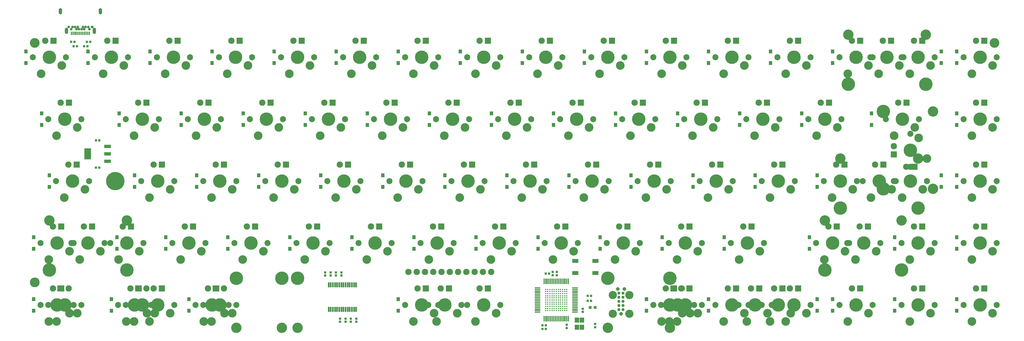
<source format=gbs>
%TF.GenerationSoftware,KiCad,Pcbnew,(2017-09-19 revision dddaa7e69)-makepkg*%
%TF.CreationDate,2017-11-22T14:32:36-05:00*%
%TF.ProjectId,WhiteFox,5768697465466F782E6B696361645F70,1.1c*%
%TF.SameCoordinates,Original*%
%TF.FileFunction,Soldermask,Bot*%
%TF.FilePolarity,Negative*%
%FSLAX46Y46*%
G04 Gerber Fmt 4.6, Leading zero omitted, Abs format (unit mm)*
G04 Created by KiCad (PCBNEW (2017-09-19 revision dddaa7e69)-makepkg) date 11/22/17 14:32:36*
%MOMM*%
%LPD*%
G01*
G04 APERTURE LIST*
%ADD10O,0.952400X0.802400*%
%ADD11O,1.052400X1.952400*%
%ADD12C,0.802400*%
%ADD13R,0.452400X1.052400*%
%ADD14R,0.752400X0.802400*%
%ADD15R,0.802400X0.752400*%
%ADD16R,1.952400X1.952400*%
%ADD17C,1.952400*%
%ADD18C,5.652400*%
%ADD19C,3.000000*%
%ADD20C,4.142740*%
%ADD21C,2.651760*%
%ADD22C,1.856740*%
%ADD23C,3.200654*%
%ADD24C,4.140454*%
%ADD25C,0.939800*%
%ADD26C,1.143010*%
%ADD27C,2.527310*%
%ADD28R,1.652400X0.452400*%
%ADD29R,0.452400X1.652400*%
%ADD30R,1.952400X1.252400*%
%ADD31R,1.003300X1.153160*%
%ADD32R,1.352400X1.552400*%
%ADD33R,0.949960X0.949960*%
%ADD34R,0.552400X1.582400*%
%ADD35R,2.052400X3.402400*%
%ADD36R,2.052400X1.102400*%
%ADD37O,1.952400X1.952400*%
%ADD38C,0.402400*%
G04 APERTURE END LIST*
D10*
%TO.C,J1*%
X73450000Y-76403200D03*
D11*
X75975000Y-71553200D03*
X63725000Y-71553200D03*
X74120000Y-77603200D03*
X65580000Y-77603200D03*
D12*
X67050000Y-77103200D03*
X67450000Y-76403200D03*
X68250000Y-76403200D03*
X68650000Y-77103200D03*
X69050000Y-76403200D03*
X69450000Y-77103200D03*
X70250000Y-77103200D03*
X70650000Y-76403200D03*
X71050000Y-77103200D03*
X71450000Y-76403200D03*
X72250000Y-76403200D03*
X72650000Y-77103200D03*
D13*
X72600000Y-78313200D03*
X72100000Y-78313200D03*
X71600000Y-78313200D03*
X71100000Y-78313200D03*
X70600000Y-78313200D03*
X70100000Y-78313200D03*
X69600000Y-78313200D03*
X69100000Y-78313200D03*
X68600000Y-78313200D03*
X68100000Y-78313200D03*
X67600000Y-78313200D03*
X67100000Y-78313200D03*
D12*
X66250000Y-76403200D03*
%TD*%
D14*
%TO.C,D73*%
X72001000Y-82372200D03*
X71001000Y-82372200D03*
%TD*%
%TO.C,D72*%
X67826000Y-82372200D03*
X68826000Y-82372200D03*
%TD*%
%TO.C,R12*%
X67064000Y-80975200D03*
X68064000Y-80975200D03*
%TD*%
%TO.C,R11*%
X72890000Y-80975200D03*
X71890000Y-80975200D03*
%TD*%
D15*
%TO.C,R10*%
X149606000Y-167124000D03*
X149606000Y-166124000D03*
%TD*%
%TO.C,R9*%
X154559000Y-166124000D03*
X154559000Y-167124000D03*
%TD*%
%TO.C,R8*%
X227902000Y-168775000D03*
X227902000Y-167775000D03*
%TD*%
%TO.C,R7*%
X152908000Y-166124000D03*
X152908000Y-167124000D03*
%TD*%
%TO.C,R6*%
X149987000Y-152900000D03*
X149987000Y-151900000D03*
%TD*%
%TO.C,R5*%
X148336000Y-152900000D03*
X148336000Y-151900000D03*
%TD*%
D14*
%TO.C,R4*%
X226624000Y-160655000D03*
X225624000Y-160655000D03*
%TD*%
%TO.C,R3*%
X226624000Y-159131000D03*
X225624000Y-159131000D03*
%TD*%
D15*
%TO.C,C9*%
X145034000Y-151900000D03*
X145034000Y-152900000D03*
%TD*%
%TO.C,C8*%
X146685000Y-151900000D03*
X146685000Y-152900000D03*
%TD*%
%TO.C,C7*%
X224092000Y-164076000D03*
X224092000Y-163076000D03*
%TD*%
%TO.C,C6*%
X151257000Y-167124000D03*
X151257000Y-166124000D03*
%TD*%
%TO.C,C5*%
X219202000Y-169029000D03*
X219202000Y-168029000D03*
%TD*%
D14*
%TO.C,C4*%
X213733000Y-152273000D03*
X212733000Y-152273000D03*
%TD*%
%TO.C,C3*%
X212717000Y-168148000D03*
X211717000Y-168148000D03*
%TD*%
%TO.C,C2*%
X74684000Y-119634000D03*
X75684000Y-119634000D03*
%TD*%
%TO.C,C1*%
X74684000Y-111252000D03*
X75684000Y-111252000D03*
%TD*%
D15*
%TO.C,R1*%
X216154000Y-152773000D03*
X216154000Y-151773000D03*
%TD*%
%TO.C,R2*%
X214884000Y-152773000D03*
X214884000Y-151773000D03*
%TD*%
D14*
%TO.C,C10*%
X212717000Y-169291000D03*
X211717000Y-169291000D03*
%TD*%
D16*
%TO.C,LED71*%
X347345000Y-156845000D03*
D17*
X344805000Y-156845000D03*
%TD*%
D16*
%TO.C,LED70*%
X328295000Y-156845000D03*
D17*
X325755000Y-156845000D03*
%TD*%
D16*
%TO.C,LED69*%
X309245000Y-156845000D03*
D17*
X306705000Y-156845000D03*
%TD*%
D16*
%TO.C,LED68*%
X290195000Y-156845000D03*
D17*
X287655000Y-156845000D03*
%TD*%
D16*
%TO.C,LED67*%
X271145000Y-156845000D03*
D17*
X268605000Y-156845000D03*
%TD*%
D16*
%TO.C,LED66*%
X252095000Y-156845000D03*
D17*
X249555000Y-156845000D03*
%TD*%
D16*
%TO.C,LED65*%
X183039000Y-156845000D03*
D17*
X180499000Y-156845000D03*
%TD*%
D16*
%TO.C,LED64*%
X111601000Y-156845000D03*
D17*
X109061000Y-156845000D03*
%TD*%
D16*
%TO.C,LED63*%
X87788800Y-156845000D03*
D17*
X85248800Y-156845000D03*
%TD*%
D16*
%TO.C,LED62*%
X64008000Y-156845000D03*
D17*
X61468000Y-156845000D03*
%TD*%
D16*
%TO.C,LED61*%
X347345000Y-137795000D03*
D17*
X344805000Y-137795000D03*
%TD*%
D16*
%TO.C,LED60*%
X328295000Y-137795000D03*
D17*
X325755000Y-137795000D03*
%TD*%
D16*
%TO.C,LED59*%
X302101000Y-137795000D03*
D17*
X299561000Y-137795000D03*
%TD*%
D16*
%TO.C,LED58*%
X275908000Y-137795000D03*
D17*
X273368000Y-137795000D03*
%TD*%
D16*
%TO.C,LED57*%
X256858000Y-137795000D03*
D17*
X254318000Y-137795000D03*
%TD*%
D16*
%TO.C,LED56*%
X237808000Y-137795000D03*
D17*
X235268000Y-137795000D03*
%TD*%
D16*
%TO.C,LED55*%
X218758000Y-137795000D03*
D17*
X216218000Y-137795000D03*
%TD*%
D16*
%TO.C,LED54*%
X199708000Y-137795000D03*
D17*
X197168000Y-137795000D03*
%TD*%
D16*
%TO.C,LED53*%
X180658000Y-137795000D03*
D17*
X178118000Y-137795000D03*
%TD*%
D16*
%TO.C,LED52*%
X161608000Y-137795000D03*
D17*
X159068000Y-137795000D03*
%TD*%
D16*
%TO.C,LED51*%
X142558000Y-137795000D03*
D17*
X140018000Y-137795000D03*
%TD*%
D16*
%TO.C,LED50*%
X123508000Y-137795000D03*
D17*
X120968000Y-137795000D03*
%TD*%
D16*
%TO.C,LED49*%
X104458000Y-137795000D03*
D17*
X101918000Y-137795000D03*
%TD*%
D16*
%TO.C,LED48*%
X85407500Y-137795000D03*
D17*
X82867500Y-137795000D03*
%TD*%
D16*
%TO.C,LED47*%
X63976200Y-137795000D03*
D17*
X61436200Y-137795000D03*
%TD*%
D16*
%TO.C,LED46*%
X347345000Y-118745000D03*
D17*
X344805000Y-118745000D03*
%TD*%
D16*
%TO.C,LED45*%
X325914000Y-119380000D03*
D17*
X323374000Y-119380000D03*
%TD*%
D16*
%TO.C,LED44*%
X304483000Y-118745000D03*
D17*
X301943000Y-118745000D03*
%TD*%
D16*
%TO.C,LED43*%
X285433000Y-118745000D03*
D17*
X282893000Y-118745000D03*
%TD*%
D16*
%TO.C,LED42*%
X266383000Y-118745000D03*
D17*
X263843000Y-118745000D03*
%TD*%
D16*
%TO.C,LED41*%
X247333000Y-118745000D03*
D17*
X244793000Y-118745000D03*
%TD*%
D16*
%TO.C,LED40*%
X228283000Y-118745000D03*
D17*
X225743000Y-118745000D03*
%TD*%
D16*
%TO.C,LED39*%
X209233000Y-118745000D03*
D17*
X206693000Y-118745000D03*
%TD*%
D16*
%TO.C,LED38*%
X190183000Y-118745000D03*
D17*
X187643000Y-118745000D03*
%TD*%
D16*
%TO.C,LED37*%
X171133000Y-118745000D03*
D17*
X168593000Y-118745000D03*
%TD*%
D16*
%TO.C,LED36*%
X152083000Y-118745000D03*
D17*
X149543000Y-118745000D03*
%TD*%
D16*
%TO.C,LED35*%
X133033000Y-118745000D03*
D17*
X130493000Y-118745000D03*
%TD*%
D16*
%TO.C,LED34*%
X113983000Y-118745000D03*
D17*
X111443000Y-118745000D03*
%TD*%
D16*
%TO.C,LED33*%
X94932600Y-118745000D03*
D17*
X92392600Y-118745000D03*
%TD*%
D16*
%TO.C,LED32*%
X68738800Y-118745000D03*
D17*
X66198800Y-118745000D03*
%TD*%
D16*
%TO.C,LED31*%
X347345000Y-99695000D03*
D17*
X344805000Y-99695000D03*
%TD*%
D16*
%TO.C,LED30*%
X323532000Y-99695000D03*
D17*
X320992000Y-99695000D03*
%TD*%
D16*
%TO.C,LED29*%
X299720000Y-99695000D03*
D17*
X297180000Y-99695000D03*
%TD*%
D16*
%TO.C,LED28*%
X280670000Y-99695000D03*
D17*
X278130000Y-99695000D03*
%TD*%
D16*
%TO.C,LED27*%
X261620000Y-99695000D03*
D17*
X259080000Y-99695000D03*
%TD*%
D16*
%TO.C,LED26*%
X242570000Y-99695000D03*
D17*
X240030000Y-99695000D03*
%TD*%
D16*
%TO.C,LED25*%
X223520000Y-99695000D03*
D17*
X220980000Y-99695000D03*
%TD*%
D16*
%TO.C,LED24*%
X204470000Y-99695000D03*
D17*
X201930000Y-99695000D03*
%TD*%
D16*
%TO.C,LED23*%
X185420000Y-99695000D03*
D17*
X182880000Y-99695000D03*
%TD*%
D16*
%TO.C,LED22*%
X166370000Y-99695000D03*
D17*
X163830000Y-99695000D03*
%TD*%
D16*
%TO.C,LED21*%
X147320000Y-99695000D03*
D17*
X144780000Y-99695000D03*
%TD*%
D16*
%TO.C,LED20*%
X128270000Y-99695000D03*
D17*
X125730000Y-99695000D03*
%TD*%
D16*
%TO.C,LED19*%
X109220000Y-99695000D03*
D17*
X106680000Y-99695000D03*
%TD*%
D16*
%TO.C,LED18*%
X90170000Y-99695000D03*
D17*
X87630000Y-99695000D03*
%TD*%
D16*
%TO.C,LED17*%
X66357500Y-99695000D03*
D17*
X63817500Y-99695000D03*
%TD*%
D16*
%TO.C,LED16*%
X347345000Y-80645000D03*
D17*
X344805000Y-80645000D03*
%TD*%
D16*
%TO.C,LED15*%
X328295000Y-80645000D03*
D17*
X325755000Y-80645000D03*
%TD*%
D16*
%TO.C,LED14*%
X309245000Y-80645000D03*
D17*
X306705000Y-80645000D03*
%TD*%
D16*
%TO.C,LED13*%
X290195000Y-80645000D03*
D17*
X287655000Y-80645000D03*
%TD*%
D16*
%TO.C,LED12*%
X271145000Y-80645000D03*
D17*
X268605000Y-80645000D03*
%TD*%
D16*
%TO.C,LED11*%
X252095000Y-80645000D03*
D17*
X249555000Y-80645000D03*
%TD*%
D16*
%TO.C,LED10*%
X233045000Y-80645000D03*
D17*
X230505000Y-80645000D03*
%TD*%
D16*
%TO.C,LED9*%
X213995000Y-80645000D03*
D17*
X211455000Y-80645000D03*
%TD*%
D16*
%TO.C,LED8*%
X194945000Y-80645000D03*
D17*
X192405000Y-80645000D03*
%TD*%
D16*
%TO.C,LED7*%
X175895000Y-80645000D03*
D17*
X173355000Y-80645000D03*
%TD*%
D16*
%TO.C,LED6*%
X156845000Y-80645000D03*
D17*
X154305000Y-80645000D03*
%TD*%
D16*
%TO.C,LED5*%
X137795000Y-80645000D03*
D17*
X135255000Y-80645000D03*
%TD*%
D16*
%TO.C,LED4*%
X118745000Y-80645000D03*
D17*
X116205000Y-80645000D03*
%TD*%
D16*
%TO.C,LED3*%
X99695000Y-80645000D03*
D17*
X97155000Y-80645000D03*
%TD*%
D16*
%TO.C,LED2*%
X80645000Y-80645000D03*
D17*
X78105000Y-80645000D03*
%TD*%
D16*
%TO.C,LED1*%
X61595000Y-80645000D03*
D17*
X59055000Y-80645000D03*
%TD*%
D18*
%TO.C,H1*%
X80568800Y-123830000D03*
%TD*%
D19*
%TO.C,FID3*%
X55880000Y-154940000D03*
%TD*%
%TO.C,FID2*%
X350520000Y-81280000D03*
%TD*%
%TO.C,FID1*%
X55880000Y-81280000D03*
%TD*%
D20*
%TO.C,S266*%
X255588000Y-161925000D03*
D21*
X253048000Y-167005000D03*
X259398000Y-164465000D03*
D22*
X260668000Y-161925000D03*
X250508000Y-161925000D03*
%TD*%
D20*
%TO.C,S265*%
X193675000Y-161925000D03*
D21*
X191135000Y-167005000D03*
X197485000Y-164465000D03*
D22*
X198755000Y-161925000D03*
X188595000Y-161925000D03*
%TD*%
D20*
%TO.C,S263*%
X93662500Y-161925000D03*
D21*
X91122500Y-167005000D03*
X97472500Y-164465000D03*
D22*
X98742500Y-161925000D03*
X88582500Y-161925000D03*
%TD*%
D20*
%TO.C,S245*%
X324644000Y-114300000D03*
D21*
X329724000Y-116840000D03*
X327184000Y-110490000D03*
D22*
X324644000Y-109220000D03*
X324644000Y-119380000D03*
%TD*%
D20*
%TO.C,S168*%
X284162000Y-161925000D03*
D21*
X281622000Y-167005000D03*
X287972000Y-164465000D03*
D22*
X289242000Y-161925000D03*
X279082000Y-161925000D03*
%TD*%
D20*
%TO.C,S167*%
X277019000Y-161925000D03*
D21*
X274479000Y-167005000D03*
X280829000Y-164465000D03*
D22*
X282099000Y-161925000D03*
X271939000Y-161925000D03*
%TD*%
D20*
%TO.C,S166*%
X253206000Y-161925000D03*
D21*
X250666000Y-167005000D03*
X257016000Y-164465000D03*
D22*
X258286000Y-161925000D03*
X248126000Y-161925000D03*
%TD*%
D20*
%TO.C,S165*%
X174625000Y-161925000D03*
D21*
X172085000Y-167005000D03*
X178435000Y-164465000D03*
D22*
X179705000Y-161925000D03*
X169545000Y-161925000D03*
%TD*%
D20*
%TO.C,S164*%
X112712000Y-161925000D03*
D21*
X110172000Y-167005000D03*
X116522000Y-164465000D03*
D22*
X117792000Y-161925000D03*
X107632000Y-161925000D03*
%TD*%
D20*
%TO.C,S163*%
X88900000Y-161925000D03*
D21*
X86360000Y-167005000D03*
X92710000Y-164465000D03*
D22*
X93980000Y-161925000D03*
X83820000Y-161925000D03*
%TD*%
D20*
%TO.C,S162*%
X65087500Y-161925000D03*
D21*
X62547500Y-167005000D03*
X68897500Y-164465000D03*
D22*
X70167500Y-161925000D03*
X60007500Y-161925000D03*
%TD*%
D20*
%TO.C,S159*%
X310356000Y-142875000D03*
D21*
X307816000Y-147955000D03*
X314166000Y-145415000D03*
D22*
X315436000Y-142875000D03*
X305276000Y-142875000D03*
%TD*%
D20*
%TO.C,S147*%
X72231200Y-142875000D03*
D21*
X69691200Y-147955000D03*
X76041200Y-145415000D03*
D22*
X77311200Y-142875000D03*
X67151200Y-142875000D03*
%TD*%
D20*
%TO.C,S145*%
X315119000Y-123825000D03*
D21*
X312579000Y-128905000D03*
X318929000Y-126365000D03*
D22*
X320199000Y-123825000D03*
X310039000Y-123825000D03*
%TD*%
D20*
%TO.C,S115*%
X317500000Y-85725000D03*
D21*
X314960000Y-90805000D03*
X321310000Y-88265000D03*
D22*
X322580000Y-85725000D03*
X312420000Y-85725000D03*
%TD*%
D17*
%TO.C,P2*%
X170561000Y-151765000D03*
X173101000Y-151765000D03*
X175641000Y-151765000D03*
X178181000Y-151765000D03*
X180721000Y-151765000D03*
X183261000Y-151765000D03*
X185801000Y-151765000D03*
X188341000Y-151765000D03*
X190881000Y-151765000D03*
X193421000Y-151765000D03*
X195961000Y-151765000D03*
%TD*%
D23*
%TO.C,STAB12*%
X131762000Y-168912540D03*
D24*
X131762000Y-153670000D03*
%TD*%
D23*
%TO.C,STAB6*%
X327025000Y-116837460D03*
D24*
X327025000Y-132080000D03*
%TD*%
D23*
%TO.C,STAB5*%
X303212000Y-116837460D03*
D24*
X303212000Y-132080000D03*
%TD*%
D23*
%TO.C,STAB4*%
X331631540Y-126206000D03*
D24*
X316389000Y-126206000D03*
%TD*%
D23*
%TO.C,STAB3*%
X331631540Y-102394000D03*
D24*
X316389000Y-102394000D03*
%TD*%
D23*
%TO.C,STAB14*%
X231775000Y-168912540D03*
D24*
X231775000Y-153670000D03*
%TD*%
D23*
%TO.C,STAB11*%
X117792000Y-168912540D03*
D24*
X117792000Y-153670000D03*
%TD*%
D23*
%TO.C,STAB13*%
X136525000Y-168912540D03*
D24*
X136525000Y-153670000D03*
%TD*%
D23*
%TO.C,STAB15*%
X250825000Y-168912540D03*
D24*
X250825000Y-153670000D03*
%TD*%
D23*
%TO.C,STAB10*%
X321945000Y-135887460D03*
D24*
X321945000Y-151130000D03*
%TD*%
D23*
%TO.C,STAB9*%
X298450000Y-135887460D03*
D24*
X298450000Y-151130000D03*
%TD*%
D23*
%TO.C,STAB7*%
X60325000Y-135887460D03*
D24*
X60325000Y-151130000D03*
%TD*%
D23*
%TO.C,STAB8*%
X84137500Y-135887460D03*
D24*
X84137500Y-151130000D03*
%TD*%
D23*
%TO.C,STAB1*%
X305594000Y-78737460D03*
D24*
X305594000Y-93980000D03*
%TD*%
D23*
%TO.C,STAB2*%
X329406000Y-78737460D03*
D24*
X329406000Y-93980000D03*
%TD*%
D20*
%TO.C,S62*%
X62706200Y-161925000D03*
D21*
X60166200Y-167005000D03*
X66516200Y-164465000D03*
D22*
X67786200Y-161925000D03*
X57626200Y-161925000D03*
%TD*%
D20*
%TO.C,S17*%
X65087500Y-104775000D03*
D21*
X62547500Y-109855000D03*
X68897500Y-107315000D03*
D22*
X70167500Y-104775000D03*
X60007500Y-104775000D03*
%TD*%
D20*
%TO.C,S32*%
X67468800Y-123825000D03*
D21*
X64928800Y-128905000D03*
X71278800Y-126365000D03*
D22*
X72548800Y-123825000D03*
X62388800Y-123825000D03*
%TD*%
D20*
%TO.C,S45*%
X324644000Y-123825000D03*
D21*
X322104000Y-128905000D03*
X328454000Y-126365000D03*
D22*
X329724000Y-123825000D03*
X319564000Y-123825000D03*
%TD*%
D20*
%TO.C,S59*%
X300831000Y-142875000D03*
D21*
X298291000Y-147955000D03*
X304641000Y-145415000D03*
D22*
X305911000Y-142875000D03*
X295751000Y-142875000D03*
%TD*%
D20*
%TO.C,S63*%
X86518800Y-161925000D03*
D21*
X83978800Y-167005000D03*
X90328800Y-164465000D03*
D22*
X91598800Y-161925000D03*
X81438800Y-161925000D03*
%TD*%
D20*
%TO.C,S64*%
X110331000Y-161925000D03*
D21*
X107791000Y-167005000D03*
X114141000Y-164465000D03*
D22*
X115411000Y-161925000D03*
X105251000Y-161925000D03*
%TD*%
D20*
%TO.C,S71*%
X346075000Y-161925000D03*
D21*
X343535000Y-167005000D03*
X349885000Y-164465000D03*
D22*
X351155000Y-161925000D03*
X340995000Y-161925000D03*
%TD*%
D20*
%TO.C,S70*%
X327025000Y-161925000D03*
D21*
X324485000Y-167005000D03*
X330835000Y-164465000D03*
D22*
X332105000Y-161925000D03*
X321945000Y-161925000D03*
%TD*%
D20*
%TO.C,S69*%
X307975000Y-161925000D03*
D21*
X305435000Y-167005000D03*
X311785000Y-164465000D03*
D22*
X313055000Y-161925000D03*
X302895000Y-161925000D03*
%TD*%
D20*
%TO.C,S68*%
X288925000Y-161925000D03*
D21*
X286385000Y-167005000D03*
X292735000Y-164465000D03*
D22*
X294005000Y-161925000D03*
X283845000Y-161925000D03*
%TD*%
D20*
%TO.C,S67*%
X269875000Y-161925000D03*
D21*
X267335000Y-167005000D03*
X273685000Y-164465000D03*
D22*
X274955000Y-161925000D03*
X264795000Y-161925000D03*
%TD*%
D20*
%TO.C,S66*%
X250825000Y-161925000D03*
D21*
X248285000Y-167005000D03*
X254635000Y-164465000D03*
D22*
X255905000Y-161925000D03*
X245745000Y-161925000D03*
%TD*%
D20*
%TO.C,S30*%
X322262000Y-104775000D03*
D21*
X319722000Y-109855000D03*
X326072000Y-107315000D03*
D22*
X327342000Y-104775000D03*
X317182000Y-104775000D03*
%TD*%
D20*
%TO.C,S16*%
X346075000Y-85725000D03*
D21*
X343535000Y-90805000D03*
X349885000Y-88265000D03*
D22*
X351155000Y-85725000D03*
X340995000Y-85725000D03*
%TD*%
D20*
%TO.C,S1*%
X60325000Y-85725000D03*
D21*
X57785000Y-90805000D03*
X64135000Y-88265000D03*
D22*
X65405000Y-85725000D03*
X55245000Y-85725000D03*
%TD*%
D20*
%TO.C,S3*%
X98425000Y-85725000D03*
D21*
X95885000Y-90805000D03*
X102235000Y-88265000D03*
D22*
X103505000Y-85725000D03*
X93345000Y-85725000D03*
%TD*%
D20*
%TO.C,S4*%
X117475000Y-85725000D03*
D21*
X114935000Y-90805000D03*
X121285000Y-88265000D03*
D22*
X122555000Y-85725000D03*
X112395000Y-85725000D03*
%TD*%
D20*
%TO.C,S5*%
X136525000Y-85725000D03*
D21*
X133985000Y-90805000D03*
X140335000Y-88265000D03*
D22*
X141605000Y-85725000D03*
X131445000Y-85725000D03*
%TD*%
D20*
%TO.C,S6*%
X155575000Y-85725000D03*
D21*
X153035000Y-90805000D03*
X159385000Y-88265000D03*
D22*
X160655000Y-85725000D03*
X150495000Y-85725000D03*
%TD*%
D20*
%TO.C,S7*%
X174625000Y-85725000D03*
D21*
X172085000Y-90805000D03*
X178435000Y-88265000D03*
D22*
X179705000Y-85725000D03*
X169545000Y-85725000D03*
%TD*%
D20*
%TO.C,S8*%
X193675000Y-85725000D03*
D21*
X191135000Y-90805000D03*
X197485000Y-88265000D03*
D22*
X198755000Y-85725000D03*
X188595000Y-85725000D03*
%TD*%
D20*
%TO.C,S9*%
X212725000Y-85725000D03*
D21*
X210185000Y-90805000D03*
X216535000Y-88265000D03*
D22*
X217805000Y-85725000D03*
X207645000Y-85725000D03*
%TD*%
D20*
%TO.C,S10*%
X231775000Y-85725000D03*
D21*
X229235000Y-90805000D03*
X235585000Y-88265000D03*
D22*
X236855000Y-85725000D03*
X226695000Y-85725000D03*
%TD*%
D20*
%TO.C,S11*%
X250825000Y-85725000D03*
D21*
X248285000Y-90805000D03*
X254635000Y-88265000D03*
D22*
X255905000Y-85725000D03*
X245745000Y-85725000D03*
%TD*%
D20*
%TO.C,S12*%
X269875000Y-85725000D03*
D21*
X267335000Y-90805000D03*
X273685000Y-88265000D03*
D22*
X274955000Y-85725000D03*
X264795000Y-85725000D03*
%TD*%
D20*
%TO.C,S13*%
X288925000Y-85725000D03*
D21*
X286385000Y-90805000D03*
X292735000Y-88265000D03*
D22*
X294005000Y-85725000D03*
X283845000Y-85725000D03*
%TD*%
D20*
%TO.C,S14*%
X307975000Y-85725000D03*
D21*
X305435000Y-90805000D03*
X311785000Y-88265000D03*
D22*
X313055000Y-85725000D03*
X302895000Y-85725000D03*
%TD*%
D20*
%TO.C,S15*%
X327025000Y-85725000D03*
D21*
X324485000Y-90805000D03*
X330835000Y-88265000D03*
D22*
X332105000Y-85725000D03*
X321945000Y-85725000D03*
%TD*%
D20*
%TO.C,S18*%
X88900000Y-104775000D03*
D21*
X86360000Y-109855000D03*
X92710000Y-107315000D03*
D22*
X93980000Y-104775000D03*
X83820000Y-104775000D03*
%TD*%
D20*
%TO.C,S19*%
X107950000Y-104775000D03*
D21*
X105410000Y-109855000D03*
X111760000Y-107315000D03*
D22*
X113030000Y-104775000D03*
X102870000Y-104775000D03*
%TD*%
D20*
%TO.C,S20*%
X127000000Y-104775000D03*
D21*
X124460000Y-109855000D03*
X130810000Y-107315000D03*
D22*
X132080000Y-104775000D03*
X121920000Y-104775000D03*
%TD*%
D20*
%TO.C,S21*%
X146050000Y-104775000D03*
D21*
X143510000Y-109855000D03*
X149860000Y-107315000D03*
D22*
X151130000Y-104775000D03*
X140970000Y-104775000D03*
%TD*%
D20*
%TO.C,S22*%
X165100000Y-104775000D03*
D21*
X162560000Y-109855000D03*
X168910000Y-107315000D03*
D22*
X170180000Y-104775000D03*
X160020000Y-104775000D03*
%TD*%
D20*
%TO.C,S23*%
X184150000Y-104775000D03*
D21*
X181610000Y-109855000D03*
X187960000Y-107315000D03*
D22*
X189230000Y-104775000D03*
X179070000Y-104775000D03*
%TD*%
D20*
%TO.C,S24*%
X203200000Y-104775000D03*
D21*
X200660000Y-109855000D03*
X207010000Y-107315000D03*
D22*
X208280000Y-104775000D03*
X198120000Y-104775000D03*
%TD*%
D20*
%TO.C,S25*%
X222250000Y-104775000D03*
D21*
X219710000Y-109855000D03*
X226060000Y-107315000D03*
D22*
X227330000Y-104775000D03*
X217170000Y-104775000D03*
%TD*%
D20*
%TO.C,S26*%
X241300000Y-104775000D03*
D21*
X238760000Y-109855000D03*
X245110000Y-107315000D03*
D22*
X246380000Y-104775000D03*
X236220000Y-104775000D03*
%TD*%
D20*
%TO.C,S27*%
X260350000Y-104775000D03*
D21*
X257810000Y-109855000D03*
X264160000Y-107315000D03*
D22*
X265430000Y-104775000D03*
X255270000Y-104775000D03*
%TD*%
D20*
%TO.C,S28*%
X279400000Y-104775000D03*
D21*
X276860000Y-109855000D03*
X283210000Y-107315000D03*
D22*
X284480000Y-104775000D03*
X274320000Y-104775000D03*
%TD*%
D20*
%TO.C,S29*%
X298450000Y-104775000D03*
D21*
X295910000Y-109855000D03*
X302260000Y-107315000D03*
D22*
X303530000Y-104775000D03*
X293370000Y-104775000D03*
%TD*%
D20*
%TO.C,S31*%
X346075000Y-104775000D03*
D21*
X343535000Y-109855000D03*
X349885000Y-107315000D03*
D22*
X351155000Y-104775000D03*
X340995000Y-104775000D03*
%TD*%
D20*
%TO.C,S33*%
X93662500Y-123825000D03*
D21*
X91122500Y-128905000D03*
X97472500Y-126365000D03*
D22*
X98742500Y-123825000D03*
X88582500Y-123825000D03*
%TD*%
D20*
%TO.C,S34*%
X112712000Y-123825000D03*
D21*
X110172000Y-128905000D03*
X116522000Y-126365000D03*
D22*
X117792000Y-123825000D03*
X107632000Y-123825000D03*
%TD*%
D20*
%TO.C,S35*%
X131762000Y-123825000D03*
D21*
X129222000Y-128905000D03*
X135572000Y-126365000D03*
D22*
X136842000Y-123825000D03*
X126682000Y-123825000D03*
%TD*%
D20*
%TO.C,S36*%
X150812000Y-123825000D03*
D21*
X148272000Y-128905000D03*
X154622000Y-126365000D03*
D22*
X155892000Y-123825000D03*
X145732000Y-123825000D03*
%TD*%
D20*
%TO.C,S37*%
X169862000Y-123825000D03*
D21*
X167322000Y-128905000D03*
X173672000Y-126365000D03*
D22*
X174942000Y-123825000D03*
X164782000Y-123825000D03*
%TD*%
D20*
%TO.C,S38*%
X188912000Y-123825000D03*
D21*
X186372000Y-128905000D03*
X192722000Y-126365000D03*
D22*
X193992000Y-123825000D03*
X183832000Y-123825000D03*
%TD*%
D20*
%TO.C,S39*%
X207962000Y-123825000D03*
D21*
X205422000Y-128905000D03*
X211772000Y-126365000D03*
D22*
X213042000Y-123825000D03*
X202882000Y-123825000D03*
%TD*%
D20*
%TO.C,S40*%
X227012000Y-123825000D03*
D21*
X224472000Y-128905000D03*
X230822000Y-126365000D03*
D22*
X232092000Y-123825000D03*
X221932000Y-123825000D03*
%TD*%
D20*
%TO.C,S41*%
X246062000Y-123825000D03*
D21*
X243522000Y-128905000D03*
X249872000Y-126365000D03*
D22*
X251142000Y-123825000D03*
X240982000Y-123825000D03*
%TD*%
D20*
%TO.C,S42*%
X265112000Y-123825000D03*
D21*
X262572000Y-128905000D03*
X268922000Y-126365000D03*
D22*
X270192000Y-123825000D03*
X260032000Y-123825000D03*
%TD*%
D20*
%TO.C,S43*%
X284162000Y-123825000D03*
D21*
X281622000Y-128905000D03*
X287972000Y-126365000D03*
D22*
X289242000Y-123825000D03*
X279082000Y-123825000D03*
%TD*%
D20*
%TO.C,S44*%
X303212000Y-123825000D03*
D21*
X300672000Y-128905000D03*
X307022000Y-126365000D03*
D22*
X308292000Y-123825000D03*
X298132000Y-123825000D03*
%TD*%
D20*
%TO.C,S46*%
X346075000Y-123825000D03*
D21*
X343535000Y-128905000D03*
X349885000Y-126365000D03*
D22*
X351155000Y-123825000D03*
X340995000Y-123825000D03*
%TD*%
D20*
%TO.C,S48*%
X84137500Y-142875000D03*
D21*
X81597500Y-147955000D03*
X87947500Y-145415000D03*
D22*
X89217500Y-142875000D03*
X79057500Y-142875000D03*
%TD*%
D20*
%TO.C,S49*%
X103188000Y-142875000D03*
D21*
X100648000Y-147955000D03*
X106998000Y-145415000D03*
D22*
X108268000Y-142875000D03*
X98108000Y-142875000D03*
%TD*%
D20*
%TO.C,S50*%
X122238000Y-142875000D03*
D21*
X119698000Y-147955000D03*
X126048000Y-145415000D03*
D22*
X127318000Y-142875000D03*
X117158000Y-142875000D03*
%TD*%
D20*
%TO.C,S51*%
X141288000Y-142875000D03*
D21*
X138748000Y-147955000D03*
X145098000Y-145415000D03*
D22*
X146368000Y-142875000D03*
X136208000Y-142875000D03*
%TD*%
D20*
%TO.C,S52*%
X160338000Y-142875000D03*
D21*
X157798000Y-147955000D03*
X164148000Y-145415000D03*
D22*
X165418000Y-142875000D03*
X155258000Y-142875000D03*
%TD*%
D20*
%TO.C,S53*%
X179388000Y-142875000D03*
D21*
X176848000Y-147955000D03*
X183198000Y-145415000D03*
D22*
X184468000Y-142875000D03*
X174308000Y-142875000D03*
%TD*%
D20*
%TO.C,S54*%
X198438000Y-142875000D03*
D21*
X195898000Y-147955000D03*
X202248000Y-145415000D03*
D22*
X203518000Y-142875000D03*
X193358000Y-142875000D03*
%TD*%
D20*
%TO.C,S55*%
X217488000Y-142875000D03*
D21*
X214948000Y-147955000D03*
X221298000Y-145415000D03*
D22*
X222568000Y-142875000D03*
X212408000Y-142875000D03*
%TD*%
D20*
%TO.C,S56*%
X236538000Y-142875000D03*
D21*
X233998000Y-147955000D03*
X240348000Y-145415000D03*
D22*
X241618000Y-142875000D03*
X231458000Y-142875000D03*
%TD*%
D20*
%TO.C,S57*%
X255588000Y-142875000D03*
D21*
X253048000Y-147955000D03*
X259398000Y-145415000D03*
D22*
X260668000Y-142875000D03*
X250508000Y-142875000D03*
%TD*%
D20*
%TO.C,S58*%
X274638000Y-142875000D03*
D21*
X272098000Y-147955000D03*
X278448000Y-145415000D03*
D22*
X279718000Y-142875000D03*
X269558000Y-142875000D03*
%TD*%
D20*
%TO.C,S60*%
X327025000Y-142875000D03*
D21*
X324485000Y-147955000D03*
X330835000Y-145415000D03*
D22*
X332105000Y-142875000D03*
X321945000Y-142875000D03*
%TD*%
D20*
%TO.C,S61*%
X346075000Y-142875000D03*
D21*
X343535000Y-147955000D03*
X349885000Y-145415000D03*
D22*
X351155000Y-142875000D03*
X340995000Y-142875000D03*
%TD*%
D20*
%TO.C,S47*%
X62706200Y-142875000D03*
D21*
X60166200Y-147955000D03*
X66516200Y-145415000D03*
D22*
X67786200Y-142875000D03*
X57626200Y-142875000D03*
%TD*%
D20*
%TO.C,S65*%
X181769000Y-161925000D03*
D21*
X179229000Y-167005000D03*
X185579000Y-164465000D03*
D22*
X186849000Y-161925000D03*
X176689000Y-161925000D03*
%TD*%
D25*
%TO.C,P1*%
X236474000Y-160782000D03*
X235204000Y-160782000D03*
X236474000Y-159512000D03*
X235204000Y-159512000D03*
X235204000Y-158242000D03*
X236474000Y-158242000D03*
X236474000Y-162052000D03*
X235204000Y-162052000D03*
X236474000Y-163322000D03*
X235204000Y-163322000D03*
D26*
X235839000Y-164592000D03*
X236855000Y-156972000D03*
X234823000Y-156972000D03*
D27*
X238379000Y-164592000D03*
X238379000Y-158877000D03*
X233299000Y-164592000D03*
X233299000Y-158877000D03*
%TD*%
D20*
%TO.C,S2*%
X79375000Y-85725000D03*
D21*
X76835000Y-90805000D03*
X83185000Y-88265000D03*
D22*
X84455000Y-85725000D03*
X74295000Y-85725000D03*
%TD*%
D28*
%TO.C,U1*%
X210214000Y-156651000D03*
X210214000Y-157151000D03*
X210214000Y-157651000D03*
X210214000Y-158151000D03*
X210214000Y-158651000D03*
X210214000Y-159151000D03*
X210214000Y-159651000D03*
X210214000Y-160151000D03*
X210214000Y-160651000D03*
X210214000Y-161151000D03*
X210214000Y-161651000D03*
X210214000Y-162151000D03*
X210214000Y-162651000D03*
X210214000Y-163151000D03*
X210214000Y-163651000D03*
X210214000Y-164151000D03*
D29*
X212214000Y-166151000D03*
X212714000Y-166151000D03*
X213214000Y-166151000D03*
X213714000Y-166151000D03*
X214214000Y-166151000D03*
X214714000Y-166151000D03*
X215214000Y-166151000D03*
X215714000Y-166151000D03*
X216214000Y-166151000D03*
X216714000Y-166151000D03*
X217214000Y-166151000D03*
X217714000Y-166151000D03*
X218214000Y-166151000D03*
X218714000Y-166151000D03*
X219214000Y-166151000D03*
X219714000Y-166151000D03*
D28*
X221714000Y-164151000D03*
X221714000Y-163651000D03*
X221714000Y-163151000D03*
X221714000Y-162651000D03*
X221714000Y-162151000D03*
X221714000Y-161651000D03*
X221714000Y-161151000D03*
X221714000Y-160651000D03*
X221714000Y-160151000D03*
X221714000Y-159651000D03*
X221714000Y-159151000D03*
X221714000Y-158651000D03*
X221714000Y-158151000D03*
X221714000Y-157651000D03*
X221714000Y-157151000D03*
X221714000Y-156651000D03*
D29*
X219714000Y-154651000D03*
X219214000Y-154651000D03*
X218714000Y-154651000D03*
X218214000Y-154651000D03*
X217714000Y-154651000D03*
X217214000Y-154651000D03*
X216714000Y-154651000D03*
X216214000Y-154651000D03*
X215714000Y-154651000D03*
X215214000Y-154651000D03*
X214714000Y-154651000D03*
X214214000Y-154651000D03*
X213714000Y-154651000D03*
X213214000Y-154651000D03*
X212714000Y-154651000D03*
X212214000Y-154651000D03*
%TD*%
D30*
%TO.C,S72*%
X228017000Y-148391000D03*
X228017000Y-152091000D03*
X221817000Y-148391000D03*
X221817000Y-152091000D03*
%TD*%
D31*
%TO.C,D1*%
X53181200Y-87472520D03*
X53181200Y-83972400D03*
%TD*%
%TO.C,D2*%
X72231200Y-87472520D03*
X72231200Y-83972400D03*
%TD*%
%TO.C,D3*%
X91281200Y-87472520D03*
X91281200Y-83972400D03*
%TD*%
%TO.C,D4*%
X110331000Y-87472520D03*
X110331000Y-83972400D03*
%TD*%
%TO.C,D5*%
X129381000Y-87472520D03*
X129381000Y-83972400D03*
%TD*%
%TO.C,D6*%
X148431000Y-87472520D03*
X148431000Y-83972400D03*
%TD*%
%TO.C,D7*%
X167481000Y-87472520D03*
X167481000Y-83972400D03*
%TD*%
%TO.C,D8*%
X186531000Y-87472520D03*
X186531000Y-83972400D03*
%TD*%
%TO.C,D9*%
X205581000Y-87472520D03*
X205581000Y-83972400D03*
%TD*%
%TO.C,D10*%
X224631000Y-87472520D03*
X224631000Y-83972400D03*
%TD*%
%TO.C,D11*%
X243681000Y-87472520D03*
X243681000Y-83972400D03*
%TD*%
%TO.C,D12*%
X262731000Y-87472520D03*
X262731000Y-83972400D03*
%TD*%
%TO.C,D13*%
X281781000Y-87472520D03*
X281781000Y-83972400D03*
%TD*%
%TO.C,D14*%
X300831000Y-87472520D03*
X300831000Y-83972400D03*
%TD*%
%TO.C,D15*%
X334169000Y-87472520D03*
X334169000Y-83972400D03*
%TD*%
%TO.C,D16*%
X338931000Y-87472520D03*
X338931000Y-83972400D03*
%TD*%
%TO.C,D17*%
X57943800Y-106522520D03*
X57943800Y-103022400D03*
%TD*%
%TO.C,D18*%
X81756200Y-106522520D03*
X81756200Y-103022400D03*
%TD*%
%TO.C,D19*%
X100806000Y-106522520D03*
X100806000Y-103022400D03*
%TD*%
%TO.C,D20*%
X119856000Y-106522520D03*
X119856000Y-103022400D03*
%TD*%
%TO.C,D21*%
X138906000Y-106522520D03*
X138906000Y-103022400D03*
%TD*%
%TO.C,D22*%
X157956000Y-106522520D03*
X157956000Y-103022400D03*
%TD*%
%TO.C,D23*%
X177006000Y-106522520D03*
X177006000Y-103022400D03*
%TD*%
%TO.C,D24*%
X196056000Y-106522520D03*
X196056000Y-103022400D03*
%TD*%
%TO.C,D25*%
X215106000Y-106522520D03*
X215106000Y-103022400D03*
%TD*%
%TO.C,D26*%
X234156000Y-106522520D03*
X234156000Y-103022400D03*
%TD*%
%TO.C,D27*%
X253206000Y-106522520D03*
X253206000Y-103022400D03*
%TD*%
%TO.C,D28*%
X272256000Y-106522520D03*
X272256000Y-103022400D03*
%TD*%
%TO.C,D29*%
X291306000Y-106522520D03*
X291306000Y-103022400D03*
%TD*%
%TO.C,D30*%
X312738000Y-106522520D03*
X312738000Y-103022400D03*
%TD*%
%TO.C,D31*%
X338931000Y-106522520D03*
X338931000Y-103022400D03*
%TD*%
%TO.C,D32*%
X60325000Y-125572520D03*
X60325000Y-122072400D03*
%TD*%
%TO.C,D33*%
X86518800Y-125572520D03*
X86518800Y-122072400D03*
%TD*%
%TO.C,D34*%
X105569000Y-125572520D03*
X105569000Y-122072400D03*
%TD*%
%TO.C,D35*%
X124619000Y-125572520D03*
X124619000Y-122072400D03*
%TD*%
%TO.C,D36*%
X143669000Y-125572520D03*
X143669000Y-122072400D03*
%TD*%
%TO.C,D37*%
X162719000Y-125572520D03*
X162719000Y-122072400D03*
%TD*%
%TO.C,D38*%
X181769000Y-125572520D03*
X181769000Y-122072400D03*
%TD*%
%TO.C,D39*%
X200819000Y-125572520D03*
X200819000Y-122072400D03*
%TD*%
%TO.C,D40*%
X219869000Y-125572520D03*
X219869000Y-122072400D03*
%TD*%
%TO.C,D41*%
X238919000Y-125572520D03*
X238919000Y-122072400D03*
%TD*%
%TO.C,D42*%
X257969000Y-125572520D03*
X257969000Y-122072400D03*
%TD*%
%TO.C,D43*%
X277019000Y-125572520D03*
X277019000Y-122072400D03*
%TD*%
%TO.C,D44*%
X296069000Y-125572520D03*
X296069000Y-122072400D03*
%TD*%
%TO.C,D45*%
X334169000Y-122077480D03*
X334169000Y-125577600D03*
%TD*%
%TO.C,D46*%
X338931000Y-125572520D03*
X338931000Y-122072400D03*
%TD*%
%TO.C,D47*%
X55562500Y-144622520D03*
X55562500Y-141122400D03*
%TD*%
%TO.C,D48*%
X81089500Y-144622520D03*
X81089500Y-141122400D03*
%TD*%
%TO.C,D49*%
X96043800Y-144622520D03*
X96043800Y-141122400D03*
%TD*%
%TO.C,D50*%
X115094000Y-144622520D03*
X115094000Y-141122400D03*
%TD*%
%TO.C,D51*%
X134144000Y-144622520D03*
X134144000Y-141122400D03*
%TD*%
%TO.C,D52*%
X153194000Y-144622520D03*
X153194000Y-141122400D03*
%TD*%
%TO.C,D53*%
X172244000Y-144622520D03*
X172244000Y-141122400D03*
%TD*%
%TO.C,D54*%
X191294000Y-144622520D03*
X191294000Y-141122400D03*
%TD*%
%TO.C,D55*%
X210344000Y-144622520D03*
X210344000Y-141122400D03*
%TD*%
%TO.C,D56*%
X229394000Y-144622520D03*
X229394000Y-141122400D03*
%TD*%
%TO.C,D57*%
X248444000Y-144622520D03*
X248444000Y-141122400D03*
%TD*%
%TO.C,D58*%
X267494000Y-144622520D03*
X267494000Y-141122400D03*
%TD*%
%TO.C,D59*%
X293688000Y-144622520D03*
X293688000Y-141122400D03*
%TD*%
%TO.C,D60*%
X319881000Y-144622520D03*
X319881000Y-141122400D03*
%TD*%
%TO.C,D61*%
X338931000Y-144622520D03*
X338931000Y-141122400D03*
%TD*%
%TO.C,D62*%
X55562500Y-163672520D03*
X55562500Y-160172400D03*
%TD*%
%TO.C,D63*%
X79375000Y-163672520D03*
X79375000Y-160172400D03*
%TD*%
%TO.C,D64*%
X103188000Y-163672520D03*
X103188000Y-160172400D03*
%TD*%
%TO.C,D65*%
X167481000Y-163672520D03*
X167481000Y-160172400D03*
%TD*%
%TO.C,D67*%
X262731000Y-163672520D03*
X262731000Y-160172400D03*
%TD*%
%TO.C,D68*%
X296069000Y-163672520D03*
X296069000Y-160172400D03*
%TD*%
%TO.C,D69*%
X300831000Y-163672520D03*
X300831000Y-160172400D03*
%TD*%
%TO.C,D70*%
X319881000Y-163672520D03*
X319881000Y-160172400D03*
%TD*%
%TO.C,D71*%
X338931000Y-163672520D03*
X338931000Y-160172400D03*
%TD*%
%TO.C,D66*%
X243681000Y-163672520D03*
X243681000Y-160172400D03*
%TD*%
D32*
%TO.C,X1*%
X222276000Y-166540000D03*
X223876000Y-166540000D03*
X223876000Y-168740000D03*
X222276000Y-168740000D03*
%TD*%
D33*
%TO.C,LED72*%
X227889300Y-162687000D03*
X226390700Y-162687000D03*
%TD*%
D34*
%TO.C,U3*%
X154529000Y-155717000D03*
X153879000Y-155717000D03*
X153229000Y-155717000D03*
X152579000Y-155717000D03*
X151929000Y-155717000D03*
X151279000Y-155717000D03*
X150629000Y-155717000D03*
X149979000Y-155717000D03*
X149329000Y-155717000D03*
X148679000Y-155717000D03*
X148029000Y-155717000D03*
X147379000Y-155717000D03*
X146729000Y-155717000D03*
X146079000Y-155717000D03*
X146079000Y-163307000D03*
X146729000Y-163307000D03*
X147379000Y-163307000D03*
X148029000Y-163307000D03*
X148679000Y-163307000D03*
X149329000Y-163307000D03*
X149979000Y-163307000D03*
X150629000Y-163307000D03*
X151279000Y-163307000D03*
X151929000Y-163307000D03*
X152579000Y-163307000D03*
X153229000Y-163307000D03*
X153879000Y-163307000D03*
X154529000Y-163307000D03*
%TD*%
D35*
%TO.C,Q1*%
X72113600Y-115463000D03*
D36*
X78213600Y-113163000D03*
X78213600Y-117763000D03*
X78213600Y-115463000D03*
%TD*%
D16*
%TO.C,LED115*%
X318770000Y-80645000D03*
D37*
X316230000Y-80645000D03*
%TD*%
D16*
%TO.C,LED145*%
X316389000Y-118745000D03*
D37*
X313849000Y-118745000D03*
%TD*%
D16*
%TO.C,LED147*%
X73501200Y-137795000D03*
D37*
X70961200Y-137795000D03*
%TD*%
D16*
%TO.C,LED159*%
X311626000Y-137795000D03*
D37*
X309086000Y-137795000D03*
%TD*%
D16*
%TO.C,LED162*%
X63754000Y-156846000D03*
D37*
X66294000Y-156846000D03*
%TD*%
D16*
%TO.C,LED163*%
X87630000Y-156846000D03*
D37*
X90170000Y-156846000D03*
%TD*%
D16*
%TO.C,LED164*%
X111442000Y-156846000D03*
D37*
X113982000Y-156846000D03*
%TD*%
D16*
%TO.C,LED165*%
X175895000Y-156845000D03*
D37*
X173355000Y-156845000D03*
%TD*%
D16*
%TO.C,LED166*%
X251968000Y-156846000D03*
D37*
X254508000Y-156846000D03*
%TD*%
D16*
%TO.C,LED167*%
X278289000Y-156845000D03*
D37*
X275749000Y-156845000D03*
%TD*%
D16*
%TO.C,LED168*%
X285432000Y-156845000D03*
D37*
X282892000Y-156845000D03*
%TD*%
D16*
%TO.C,LED245*%
X319564000Y-115570000D03*
D37*
X319564000Y-113030000D03*
%TD*%
D16*
%TO.C,LED263*%
X94932500Y-156845000D03*
D37*
X92392500Y-156845000D03*
%TD*%
D16*
%TO.C,LED265*%
X194945000Y-156845000D03*
D37*
X192405000Y-156845000D03*
%TD*%
D16*
%TO.C,LED266*%
X256858000Y-156845000D03*
D37*
X254318000Y-156845000D03*
%TD*%
D38*
%TO.C,U2*%
X212714000Y-157151000D03*
X213364000Y-157151000D03*
X214014000Y-157151000D03*
X214664000Y-157151000D03*
X215314000Y-157151000D03*
X215964000Y-157151000D03*
X216614000Y-157151000D03*
X217264000Y-157151000D03*
X217914000Y-157151000D03*
X218564000Y-157151000D03*
X219214000Y-157151000D03*
X212714000Y-157801000D03*
X213364000Y-157801000D03*
X214014000Y-157801000D03*
X214664000Y-157801000D03*
X215314000Y-157801000D03*
X215964000Y-157801000D03*
X216614000Y-157801000D03*
X217264000Y-157801000D03*
X217914000Y-157801000D03*
X218564000Y-157801000D03*
X219214000Y-157801000D03*
X212714000Y-158451000D03*
X213364000Y-158451000D03*
X214014000Y-158451000D03*
X214664000Y-158451000D03*
X215314000Y-158451000D03*
X215964000Y-158451000D03*
X216614000Y-158451000D03*
X217264000Y-158451000D03*
X217914000Y-158451000D03*
X218564000Y-158451000D03*
X219214000Y-158451000D03*
X212714000Y-159101000D03*
X213364000Y-159101000D03*
X214014000Y-159101000D03*
X214664000Y-159101000D03*
X215314000Y-159101000D03*
X215964000Y-159101000D03*
X216614000Y-159101000D03*
X217264000Y-159101000D03*
X217914000Y-159101000D03*
X218564000Y-159101000D03*
X219214000Y-159101000D03*
X212714000Y-159751000D03*
X213364000Y-159751000D03*
X214014000Y-159751000D03*
X214664000Y-159751000D03*
X215314000Y-159751000D03*
X215964000Y-159751000D03*
X216614000Y-159751000D03*
X217264000Y-159751000D03*
X217914000Y-159751000D03*
X218564000Y-159751000D03*
X219214000Y-159751000D03*
X212714000Y-160401000D03*
X213364000Y-160401000D03*
X214014000Y-160401000D03*
X214664000Y-160401000D03*
X215314000Y-160401000D03*
X215964000Y-160401000D03*
X216614000Y-160401000D03*
X217264000Y-160401000D03*
X217914000Y-160401000D03*
X218564000Y-160401000D03*
X219214000Y-160401000D03*
X212714000Y-161051000D03*
X213364000Y-161051000D03*
X214014000Y-161051000D03*
X214664000Y-161051000D03*
X215314000Y-161051000D03*
X215964000Y-161051000D03*
X216614000Y-161051000D03*
X217264000Y-161051000D03*
X217914000Y-161051000D03*
X218564000Y-161051000D03*
X219214000Y-161051000D03*
X212714000Y-161701000D03*
X213364000Y-161701000D03*
X214014000Y-161701000D03*
X214664000Y-161701000D03*
X215314000Y-161701000D03*
X215964000Y-161701000D03*
X216614000Y-161701000D03*
X217264000Y-161701000D03*
X217914000Y-161701000D03*
X218564000Y-161701000D03*
X219214000Y-161701000D03*
X212714000Y-162351000D03*
X213364000Y-162351000D03*
X214014000Y-162351000D03*
X214664000Y-162351000D03*
X215314000Y-162351000D03*
X215964000Y-162351000D03*
X216614000Y-162351000D03*
X217264000Y-162351000D03*
X217914000Y-162351000D03*
X218564000Y-162351000D03*
X219214000Y-162351000D03*
X212714000Y-163001000D03*
X213364000Y-163001000D03*
X214014000Y-163001000D03*
X214664000Y-163001000D03*
X215314000Y-163001000D03*
X215964000Y-163001000D03*
X216614000Y-163001000D03*
X217264000Y-163001000D03*
X217914000Y-163001000D03*
X218564000Y-163001000D03*
X219214000Y-163001000D03*
X212714000Y-163651000D03*
X213364000Y-163651000D03*
X214014000Y-163651000D03*
X214664000Y-163651000D03*
X215314000Y-163651000D03*
X215964000Y-163651000D03*
X216614000Y-163651000D03*
X217264000Y-163651000D03*
X217914000Y-163651000D03*
X218564000Y-163651000D03*
X219214000Y-163651000D03*
%TD*%
M02*

</source>
